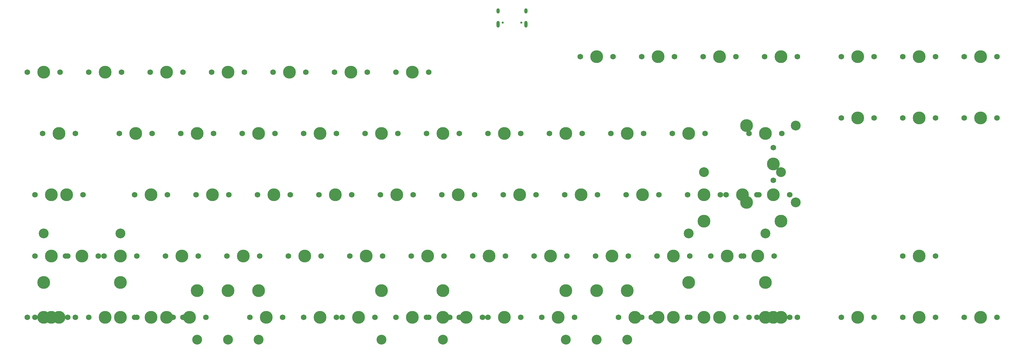
<source format=gbr>
%TF.GenerationSoftware,KiCad,Pcbnew,(6.0.6)*%
%TF.CreationDate,2022-09-03T14:27:16-07:00*%
%TF.ProjectId,2040rmie,32303430-726d-4696-952e-6b696361645f,rev?*%
%TF.SameCoordinates,Original*%
%TF.FileFunction,Soldermask,Top*%
%TF.FilePolarity,Negative*%
%FSLAX46Y46*%
G04 Gerber Fmt 4.6, Leading zero omitted, Abs format (unit mm)*
G04 Created by KiCad (PCBNEW (6.0.6)) date 2022-09-03 14:27:16*
%MOMM*%
%LPD*%
G01*
G04 APERTURE LIST*
%ADD10C,1.750000*%
%ADD11C,3.987800*%
%ADD12C,3.048000*%
%ADD13C,0.650000*%
%ADD14O,1.000000X1.600000*%
%ADD15O,1.000000X2.100000*%
G04 APERTURE END LIST*
D10*
%TO.C,MX4-9_1*%
X265342500Y-141200000D03*
D11*
X260262500Y-141200000D03*
D10*
X255182500Y-141200000D03*
%TD*%
%TO.C,MX4-2_1*%
X103417500Y-141200000D03*
D11*
X98337500Y-141200000D03*
D10*
X93257500Y-141200000D03*
%TD*%
%TO.C,MX3-B0*%
X62301250Y-122150000D03*
D11*
X67381250Y-122150000D03*
D10*
X72461250Y-122150000D03*
%TD*%
D11*
%TO.C,MX4-7_2*%
X188825000Y-141200000D03*
D10*
X183745000Y-141200000D03*
X193905000Y-141200000D03*
%TD*%
%TO.C,MX3-2*%
X102782500Y-122150000D03*
D11*
X107862500Y-122150000D03*
D10*
X112942500Y-122150000D03*
%TD*%
%TO.C,MX3-13*%
X341542500Y-122150000D03*
X331382500Y-122150000D03*
D11*
X336462500Y-122150000D03*
%TD*%
%TO.C,ST-2_0*%
X226925000Y-132945000D03*
D12*
X226925000Y-148185000D03*
X131675000Y-148185000D03*
D11*
X131675000Y-132945000D03*
%TD*%
D10*
%TO.C,MX0-8*%
X241530000Y-60237500D03*
D11*
X236450000Y-60237500D03*
D10*
X231370000Y-60237500D03*
%TD*%
D11*
%TO.C,MX4-0_1*%
X69762500Y-141200000D03*
D10*
X74842500Y-141200000D03*
X64682500Y-141200000D03*
%TD*%
D11*
%TO.C,MX4-0_2*%
X67381250Y-141200000D03*
D10*
X72461250Y-141200000D03*
X62301250Y-141200000D03*
%TD*%
%TO.C,MX2-10*%
X274867500Y-103100000D03*
D11*
X269787500Y-103100000D03*
D10*
X264707500Y-103100000D03*
%TD*%
%TO.C,MX4-7_4*%
X201048750Y-141200000D03*
D11*
X195968750Y-141200000D03*
D10*
X190888750Y-141200000D03*
%TD*%
%TO.C,MX1-7*%
X212955000Y-84050000D03*
X202795000Y-84050000D03*
D11*
X207875000Y-84050000D03*
%TD*%
D10*
%TO.C,MX0-14*%
X360592500Y-60237500D03*
D11*
X355512500Y-60237500D03*
D10*
X350432500Y-60237500D03*
%TD*%
%TO.C,MX4-4_4*%
X167711250Y-141200000D03*
D11*
X162631250Y-141200000D03*
D10*
X157551250Y-141200000D03*
%TD*%
D11*
%TO.C,MX0-2*%
X103100000Y-65000000D03*
D10*
X98020000Y-65000000D03*
X108180000Y-65000000D03*
%TD*%
D12*
%TO.C,ST-B1*%
X65000000Y-115165000D03*
X88812500Y-115165000D03*
D11*
X88812500Y-130405000D03*
X65000000Y-130405000D03*
%TD*%
D10*
%TO.C,MX0-13*%
X331382500Y-60237500D03*
D11*
X336462500Y-60237500D03*
D10*
X341542500Y-60237500D03*
%TD*%
D11*
%TO.C,MX0-3*%
X122150000Y-65000000D03*
D10*
X127230000Y-65000000D03*
X117070000Y-65000000D03*
%TD*%
D11*
%TO.C,MX0-9*%
X255500000Y-60237500D03*
D10*
X260580000Y-60237500D03*
X250420000Y-60237500D03*
%TD*%
%TO.C,MX4-10_0*%
X269470000Y-141200000D03*
X279630000Y-141200000D03*
D11*
X274550000Y-141200000D03*
%TD*%
D10*
%TO.C,MX1-14*%
X350432500Y-79287500D03*
D11*
X355512500Y-79287500D03*
D10*
X360592500Y-79287500D03*
%TD*%
%TO.C,MX3-3*%
X121832500Y-122150000D03*
X131992500Y-122150000D03*
D11*
X126912500Y-122150000D03*
%TD*%
%TO.C,ST-A2*%
X282963750Y-81668750D03*
D12*
X298203750Y-105481250D03*
X298203750Y-81668750D03*
D11*
X282963750Y-105481250D03*
%TD*%
D12*
%TO.C,ST-3_0*%
X169775000Y-148185000D03*
D11*
X131675000Y-132945000D03*
X169775000Y-132945000D03*
D12*
X131675000Y-148185000D03*
%TD*%
D11*
%TO.C,MX1-8*%
X226925000Y-84050000D03*
D10*
X232005000Y-84050000D03*
X221845000Y-84050000D03*
%TD*%
%TO.C,MX1-13*%
X331382500Y-79287500D03*
X341542500Y-79287500D03*
D11*
X336462500Y-79287500D03*
%TD*%
D10*
%TO.C,MX1-6*%
X183745000Y-84050000D03*
D11*
X188825000Y-84050000D03*
D10*
X193905000Y-84050000D03*
%TD*%
D11*
%TO.C,MX4-1_2*%
X88812500Y-141200000D03*
D10*
X83732500Y-141200000D03*
X93892500Y-141200000D03*
%TD*%
D11*
%TO.C,ST-3_1*%
X226925000Y-132945000D03*
X188825000Y-132945000D03*
D12*
X188825000Y-148185000D03*
X226925000Y-148185000D03*
%TD*%
D10*
%TO.C,MX4-4_0*%
X184380000Y-141200000D03*
D11*
X179300000Y-141200000D03*
D10*
X174220000Y-141200000D03*
%TD*%
D12*
%TO.C,ST-C1*%
X265025000Y-115165000D03*
D11*
X288837500Y-130405000D03*
X265025000Y-130405000D03*
D12*
X288837500Y-115165000D03*
%TD*%
D10*
%TO.C,MX2-A11*%
X276613750Y-103100000D03*
D11*
X281693750Y-103100000D03*
D10*
X286773750Y-103100000D03*
%TD*%
%TO.C,MX3-10*%
X255182500Y-122150000D03*
D11*
X260262500Y-122150000D03*
D10*
X265342500Y-122150000D03*
%TD*%
D11*
%TO.C,MX2-1*%
X98337500Y-103100000D03*
D10*
X103417500Y-103100000D03*
X93257500Y-103100000D03*
%TD*%
D11*
%TO.C,MX1-4*%
X150725000Y-84050000D03*
D10*
X155805000Y-84050000D03*
X145645000Y-84050000D03*
%TD*%
D12*
%TO.C,ST-0_0*%
X236450000Y-148185000D03*
X122150000Y-148185000D03*
D11*
X236450000Y-132945000D03*
X122150000Y-132945000D03*
%TD*%
D10*
%TO.C,MX4-3_4*%
X128976250Y-141200000D03*
D11*
X134056250Y-141200000D03*
D10*
X139136250Y-141200000D03*
%TD*%
%TO.C,MX3-9*%
X246292500Y-122150000D03*
X236132500Y-122150000D03*
D11*
X241212500Y-122150000D03*
%TD*%
%TO.C,MX4-2_2*%
X110243750Y-141200000D03*
D10*
X115323750Y-141200000D03*
X105163750Y-141200000D03*
%TD*%
%TO.C,MX1-12*%
X322492500Y-79287500D03*
D11*
X317412500Y-79287500D03*
D10*
X312332500Y-79287500D03*
%TD*%
%TO.C,MX3-A11*%
X271851250Y-122150000D03*
X282011250Y-122150000D03*
D11*
X276931250Y-122150000D03*
%TD*%
%TO.C,MX2-8*%
X231687500Y-103100000D03*
D10*
X226607500Y-103100000D03*
X236767500Y-103100000D03*
%TD*%
%TO.C,MX2-5*%
X169457500Y-103100000D03*
X179617500Y-103100000D03*
D11*
X174537500Y-103100000D03*
%TD*%
D10*
%TO.C,MX2-3*%
X131357500Y-103100000D03*
X141517500Y-103100000D03*
D11*
X136437500Y-103100000D03*
%TD*%
D10*
%TO.C,MX3-8*%
X227242500Y-122150000D03*
D11*
X222162500Y-122150000D03*
D10*
X217082500Y-122150000D03*
%TD*%
D11*
%TO.C,MX1-11*%
X288837500Y-84050000D03*
D10*
X293917500Y-84050000D03*
X283757500Y-84050000D03*
%TD*%
%TO.C,MX4-13*%
X341542500Y-141200000D03*
D11*
X336462500Y-141200000D03*
D10*
X331382500Y-141200000D03*
%TD*%
%TO.C,MX1-1*%
X88495000Y-84050000D03*
D11*
X93575000Y-84050000D03*
D10*
X98655000Y-84050000D03*
%TD*%
%TO.C,MX3-4*%
X151042500Y-122150000D03*
D11*
X145962500Y-122150000D03*
D10*
X140882500Y-122150000D03*
%TD*%
%TO.C,MX3-5*%
X170092500Y-122150000D03*
D11*
X165012500Y-122150000D03*
D10*
X159932500Y-122150000D03*
%TD*%
D11*
%TO.C,MX0-12*%
X317412500Y-60237500D03*
D10*
X322492500Y-60237500D03*
X312332500Y-60237500D03*
%TD*%
%TO.C,MX2-C11*%
X291218750Y-88495000D03*
D11*
X291218750Y-93575000D03*
D10*
X291218750Y-98655000D03*
%TD*%
D11*
%TO.C,MX4-9_2*%
X248356250Y-141200000D03*
D10*
X243276250Y-141200000D03*
X253436250Y-141200000D03*
%TD*%
%TO.C,MX4-4_3*%
X145645000Y-141200000D03*
D11*
X150725000Y-141200000D03*
D10*
X155805000Y-141200000D03*
%TD*%
D11*
%TO.C,ST-1_0*%
X112625000Y-132945000D03*
D12*
X245975000Y-148185000D03*
X112625000Y-148185000D03*
D11*
X245975000Y-132945000D03*
%TD*%
D10*
%TO.C,MX1-2*%
X107545000Y-84050000D03*
D11*
X112625000Y-84050000D03*
D10*
X117705000Y-84050000D03*
%TD*%
D11*
%TO.C,MX1-10*%
X265025000Y-84050000D03*
D10*
X259945000Y-84050000D03*
X270105000Y-84050000D03*
%TD*%
D11*
%TO.C,MX4-2_0*%
X103100000Y-141200000D03*
D10*
X98020000Y-141200000D03*
X108180000Y-141200000D03*
%TD*%
%TO.C,MX1-3*%
X126595000Y-84050000D03*
D11*
X131675000Y-84050000D03*
D10*
X136755000Y-84050000D03*
%TD*%
%TO.C,MX4-12*%
X312332500Y-141200000D03*
D11*
X317412500Y-141200000D03*
D10*
X322492500Y-141200000D03*
%TD*%
%TO.C,MX1-5*%
X164695000Y-84050000D03*
D11*
X169775000Y-84050000D03*
D10*
X174855000Y-84050000D03*
%TD*%
%TO.C,MX2-6*%
X188507500Y-103100000D03*
D11*
X193587500Y-103100000D03*
D10*
X198667500Y-103100000D03*
%TD*%
%TO.C,MX4-11_2*%
X286138750Y-141200000D03*
X296298750Y-141200000D03*
D11*
X291218750Y-141200000D03*
%TD*%
D10*
%TO.C,MX4-8_4*%
X229623750Y-141200000D03*
D11*
X224543750Y-141200000D03*
D10*
X219463750Y-141200000D03*
%TD*%
%TO.C,MX2-7*%
X217717500Y-103100000D03*
D11*
X212637500Y-103100000D03*
D10*
X207557500Y-103100000D03*
%TD*%
%TO.C,MX2-9*%
X255817500Y-103100000D03*
D11*
X250737500Y-103100000D03*
D10*
X245657500Y-103100000D03*
%TD*%
%TO.C,MX3-B11*%
X281376250Y-122150000D03*
X291536250Y-122150000D03*
D11*
X286456250Y-122150000D03*
%TD*%
%TO.C,MX4-11_0*%
X293600000Y-141200000D03*
D10*
X298680000Y-141200000D03*
X288520000Y-141200000D03*
%TD*%
%TO.C,MX4-1_0*%
X78970000Y-141200000D03*
X89130000Y-141200000D03*
D11*
X84050000Y-141200000D03*
%TD*%
D10*
%TO.C,MX4-10_2*%
X274867500Y-141200000D03*
D11*
X269787500Y-141200000D03*
D10*
X264707500Y-141200000D03*
%TD*%
D11*
%TO.C,ST-A1*%
X269787500Y-111355000D03*
X293600000Y-111355000D03*
D12*
X293600000Y-96115000D03*
X269787500Y-96115000D03*
%TD*%
D11*
%TO.C,MX0-5*%
X160250000Y-65000000D03*
D10*
X165330000Y-65000000D03*
X155170000Y-65000000D03*
%TD*%
%TO.C,MX4-11_1*%
X283757500Y-141200000D03*
D11*
X288837500Y-141200000D03*
D10*
X293917500Y-141200000D03*
%TD*%
%TO.C,MX0-1*%
X89130000Y-65000000D03*
D11*
X84050000Y-65000000D03*
D10*
X78970000Y-65000000D03*
%TD*%
%TO.C,MX3-1*%
X93892500Y-122150000D03*
X83732500Y-122150000D03*
D11*
X88812500Y-122150000D03*
%TD*%
D10*
%TO.C,MX3-7*%
X208192500Y-122150000D03*
D11*
X203112500Y-122150000D03*
D10*
X198032500Y-122150000D03*
%TD*%
%TO.C,MX0-6*%
X174220000Y-65000000D03*
X184380000Y-65000000D03*
D11*
X179300000Y-65000000D03*
%TD*%
D10*
%TO.C,MX2-B0*%
X62301250Y-103100000D03*
D11*
X67381250Y-103100000D03*
D10*
X72461250Y-103100000D03*
%TD*%
%TO.C,MX4-9_0*%
X250420000Y-141200000D03*
X260580000Y-141200000D03*
D11*
X255500000Y-141200000D03*
%TD*%
%TO.C,MX4-0_0*%
X65000000Y-141200000D03*
D10*
X59920000Y-141200000D03*
X70080000Y-141200000D03*
%TD*%
%TO.C,MX2-2*%
X112307500Y-103100000D03*
D11*
X117387500Y-103100000D03*
D10*
X122467500Y-103100000D03*
%TD*%
D11*
%TO.C,MX0-11*%
X293600000Y-60237500D03*
D10*
X288520000Y-60237500D03*
X298680000Y-60237500D03*
%TD*%
%TO.C,MX1-9*%
X251055000Y-84050000D03*
D11*
X245975000Y-84050000D03*
D10*
X240895000Y-84050000D03*
%TD*%
%TO.C,MX2-4*%
X160567500Y-103100000D03*
X150407500Y-103100000D03*
D11*
X155487500Y-103100000D03*
%TD*%
D10*
%TO.C,MX4-14*%
X360592500Y-141200000D03*
D11*
X355512500Y-141200000D03*
D10*
X350432500Y-141200000D03*
%TD*%
D11*
%TO.C,MX1-0*%
X69762500Y-84050000D03*
D10*
X74842500Y-84050000D03*
X64682500Y-84050000D03*
%TD*%
%TO.C,MX2-A0*%
X77223750Y-103100000D03*
D11*
X72143750Y-103100000D03*
D10*
X67063750Y-103100000D03*
%TD*%
%TO.C,MX3-A0*%
X81986250Y-122150000D03*
X71826250Y-122150000D03*
D11*
X76906250Y-122150000D03*
%TD*%
D10*
%TO.C,MX3-6*%
X178982500Y-122150000D03*
X189142500Y-122150000D03*
D11*
X184062500Y-122150000D03*
%TD*%
D10*
%TO.C,MX4-7_3*%
X212955000Y-141200000D03*
X202795000Y-141200000D03*
D11*
X207875000Y-141200000D03*
%TD*%
%TO.C,MX2-B11*%
X291218750Y-103100000D03*
D10*
X286138750Y-103100000D03*
X296298750Y-103100000D03*
%TD*%
D11*
%TO.C,MX0-0*%
X65000000Y-65000000D03*
D10*
X70080000Y-65000000D03*
X59920000Y-65000000D03*
%TD*%
%TO.C,MX0-10*%
X279630000Y-60237500D03*
X269470000Y-60237500D03*
D11*
X274550000Y-60237500D03*
%TD*%
%TO.C,MX0-4*%
X141200000Y-65000000D03*
D10*
X136120000Y-65000000D03*
X146280000Y-65000000D03*
%TD*%
D13*
%TO.C,USB1*%
X213138750Y-49612500D03*
X207358750Y-49612500D03*
D14*
X214568750Y-45962500D03*
D15*
X214568750Y-50142500D03*
X205928750Y-50142500D03*
D14*
X205928750Y-45962500D03*
%TD*%
M02*

</source>
